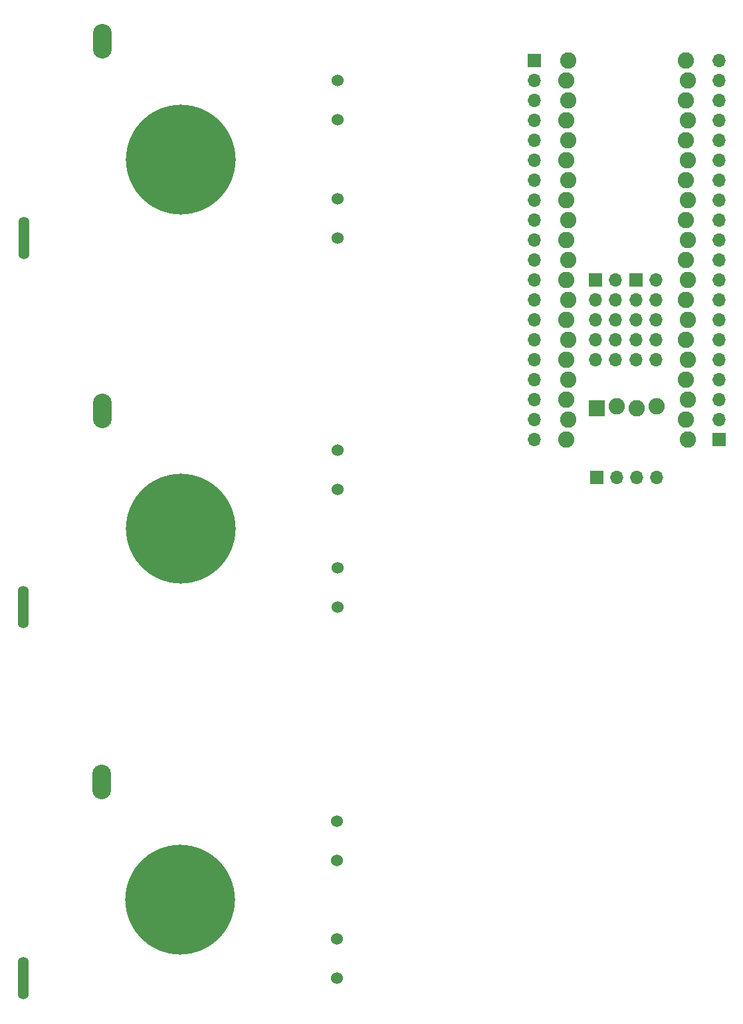
<source format=gbr>
%TF.GenerationSoftware,KiCad,Pcbnew,(6.0.4-0)*%
%TF.CreationDate,2022-06-27T16:54:41+01:00*%
%TF.ProjectId,isoBig,69736f42-6967-42e6-9b69-6361645f7063,rev?*%
%TF.SameCoordinates,Original*%
%TF.FileFunction,Soldermask,Bot*%
%TF.FilePolarity,Negative*%
%FSLAX46Y46*%
G04 Gerber Fmt 4.6, Leading zero omitted, Abs format (unit mm)*
G04 Created by KiCad (PCBNEW (6.0.4-0)) date 2022-06-27 16:54:41*
%MOMM*%
%LPD*%
G01*
G04 APERTURE LIST*
G04 Aperture macros list*
%AMRoundRect*
0 Rectangle with rounded corners*
0 $1 Rounding radius*
0 $2 $3 $4 $5 $6 $7 $8 $9 X,Y pos of 4 corners*
0 Add a 4 corners polygon primitive as box body*
4,1,4,$2,$3,$4,$5,$6,$7,$8,$9,$2,$3,0*
0 Add four circle primitives for the rounded corners*
1,1,$1+$1,$2,$3*
1,1,$1+$1,$4,$5*
1,1,$1+$1,$6,$7*
1,1,$1+$1,$8,$9*
0 Add four rect primitives between the rounded corners*
20,1,$1+$1,$2,$3,$4,$5,0*
20,1,$1+$1,$4,$5,$6,$7,0*
20,1,$1+$1,$6,$7,$8,$9,0*
20,1,$1+$1,$8,$9,$2,$3,0*%
G04 Aperture macros list end*
%ADD10C,2.082800*%
%ADD11RoundRect,0.101600X0.939800X-0.939800X0.939800X0.939800X-0.939800X0.939800X-0.939800X-0.939800X0*%
%ADD12R,1.700000X1.700000*%
%ADD13O,1.700000X1.700000*%
%ADD14C,14.000000*%
%ADD15O,2.400000X4.400000*%
%ADD16O,1.400000X5.400000*%
%ADD17C,1.524000*%
G04 APERTURE END LIST*
D10*
%TO.C, *%
X128532000Y-44000000D03*
X128278000Y-46540000D03*
X128532000Y-49080000D03*
X128278000Y-51620000D03*
X128532000Y-54160000D03*
X128278000Y-56700000D03*
X128532000Y-59240000D03*
X128278000Y-61780000D03*
X128532000Y-64320000D03*
X128278000Y-66860000D03*
X128532000Y-69400000D03*
X128278000Y-71940000D03*
X128532000Y-74480000D03*
X128278000Y-77020000D03*
X128532000Y-79560000D03*
X128278000Y-82100000D03*
X128532000Y-84640000D03*
X128278000Y-87180000D03*
X128532000Y-89720000D03*
X128278000Y-92260000D03*
X143772000Y-92260000D03*
X143518000Y-89720000D03*
X143772000Y-87180000D03*
X143518000Y-84640000D03*
X143772000Y-82100000D03*
X143518000Y-79560000D03*
X143772000Y-77020000D03*
X143518000Y-74480000D03*
X143772000Y-71940000D03*
X143518000Y-69400000D03*
X143772000Y-66860000D03*
X143518000Y-64320000D03*
X143772000Y-61780000D03*
X143518000Y-59240000D03*
X143772000Y-56700000D03*
X143518000Y-54160000D03*
X143772000Y-51620000D03*
X143518000Y-49080000D03*
X143772000Y-46540000D03*
X143518000Y-44000000D03*
D11*
X132215000Y-88277000D03*
D10*
X134755000Y-88023000D03*
X137295000Y-88277000D03*
X139835000Y-88023000D03*
%TD*%
D12*
%TO.C,J1*%
X147775000Y-92250000D03*
D13*
X147775000Y-89710000D03*
X147775000Y-87170000D03*
X147775000Y-84630000D03*
X147775000Y-82090000D03*
X147775000Y-79550000D03*
X147775000Y-77010000D03*
X147775000Y-74470000D03*
X147775000Y-71930000D03*
X147775000Y-69390000D03*
X147775000Y-66850000D03*
X147775000Y-64310000D03*
X147775000Y-61770000D03*
X147775000Y-59230000D03*
X147775000Y-56690000D03*
X147775000Y-54150000D03*
X147775000Y-51610000D03*
X147775000Y-49070000D03*
X147775000Y-46530000D03*
X147775000Y-43990000D03*
%TD*%
D12*
%TO.C,J3*%
X124225000Y-44000000D03*
D13*
X124225000Y-46540000D03*
X124225000Y-49080000D03*
X124225000Y-51620000D03*
X124225000Y-54160000D03*
X124225000Y-56700000D03*
X124225000Y-59240000D03*
X124225000Y-61780000D03*
X124225000Y-64320000D03*
X124225000Y-66860000D03*
X124225000Y-69400000D03*
X124225000Y-71940000D03*
X124225000Y-74480000D03*
X124225000Y-77020000D03*
X124225000Y-79560000D03*
X124225000Y-82100000D03*
X124225000Y-84640000D03*
X124225000Y-87180000D03*
X124225000Y-89720000D03*
X124225000Y-92260000D03*
%TD*%
D12*
%TO.C,J2*%
X132210000Y-97100000D03*
D13*
X134750000Y-97100000D03*
X137290000Y-97100000D03*
X139830000Y-97100000D03*
%TD*%
D12*
%TO.C,  *%
X137200000Y-71950000D03*
D13*
X139740000Y-71950000D03*
X137200000Y-74490000D03*
X139740000Y-74490000D03*
X137200000Y-77030000D03*
X139740000Y-77030000D03*
X137200000Y-79570000D03*
X139740000Y-79570000D03*
X137200000Y-82110000D03*
X139740000Y-82110000D03*
%TD*%
D12*
%TO.C, *%
X132050000Y-71950000D03*
D13*
X134590000Y-71950000D03*
X132050000Y-74490000D03*
X134590000Y-74490000D03*
X132050000Y-77030000D03*
X134590000Y-77030000D03*
X132050000Y-79570000D03*
X134590000Y-79570000D03*
X132050000Y-82110000D03*
X134590000Y-82110000D03*
%TD*%
D14*
%TO.C, *%
X79175000Y-103650000D03*
D15*
X69175000Y-88650000D03*
D16*
X59175000Y-113650000D03*
D17*
X99175000Y-113650000D03*
X99175000Y-108650000D03*
X99175000Y-98650000D03*
X99175000Y-93650000D03*
%TD*%
D14*
%TO.C, *%
X79200000Y-56600000D03*
D15*
X69200000Y-41600000D03*
D16*
X59200000Y-66600000D03*
D17*
X99200000Y-66600000D03*
X99200000Y-61600000D03*
X99200000Y-51600000D03*
X99200000Y-46600000D03*
%TD*%
D14*
%TO.C, *%
X79125000Y-150900000D03*
D15*
X69125000Y-135900000D03*
D16*
X59125000Y-160900000D03*
D17*
X99125000Y-160900000D03*
X99125000Y-155900000D03*
X99125000Y-145900000D03*
X99125000Y-140900000D03*
%TD*%
M02*

</source>
